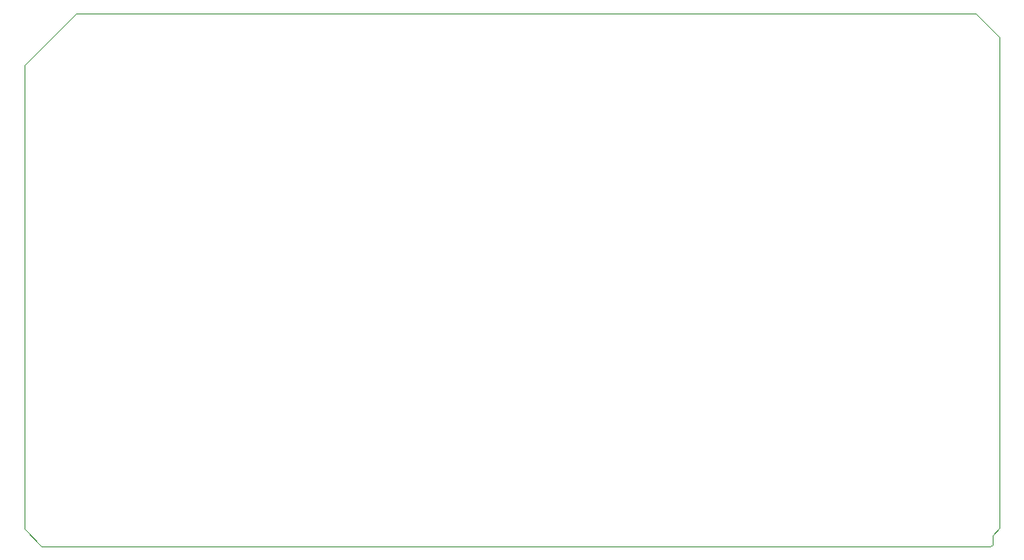
<source format=gbr>
%TF.GenerationSoftware,KiCad,Pcbnew,8.0.4+dfsg-1*%
%TF.CreationDate,2024-11-13T23:12:42-05:00*%
%TF.ProjectId,VGA_SRAM_Shield,5647415f-5352-4414-9d5f-536869656c64,rev?*%
%TF.SameCoordinates,Original*%
%TF.FileFunction,Profile,NP*%
%FSLAX46Y46*%
G04 Gerber Fmt 4.6, Leading zero omitted, Abs format (unit mm)*
G04 Created by KiCad (PCBNEW 8.0.4+dfsg-1) date 2024-11-13 23:12:42*
%MOMM*%
%LPD*%
G01*
G04 APERTURE LIST*
%TA.AperFunction,Profile*%
%ADD10C,0.050000*%
%TD*%
G04 APERTURE END LIST*
D10*
X30925000Y-184300000D02*
X125825000Y-184325000D01*
X126034800Y-184125000D02*
X126034800Y-183197500D01*
X29200000Y-182581200D02*
X30925000Y-184300000D01*
X31394400Y-133959600D02*
X34340800Y-131013200D01*
X29200000Y-136150000D02*
X29200000Y-182581200D01*
X34340800Y-131013200D02*
X124383800Y-130962400D01*
X29200000Y-136150000D02*
X31394400Y-133959600D01*
X125825000Y-184325000D02*
X126034800Y-184125000D01*
X126720000Y-182499000D02*
X126720600Y-133324600D01*
X124383800Y-130962400D02*
X126720600Y-133324600D01*
X126034800Y-183197500D02*
X126720000Y-182499000D01*
M02*

</source>
